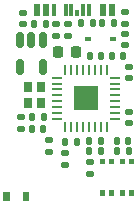
<source format=gbr>
%TF.GenerationSoftware,KiCad,Pcbnew,8.0.4-8.0.4-0~ubuntu24.04.1*%
%TF.CreationDate,2024-08-16T16:11:10+02:00*%
%TF.ProjectId,epi_ESP32 (2023_01_16 13_30_41 UTC),6570695f-4553-4503-9332-202832303233,1_1*%
%TF.SameCoordinates,Original*%
%TF.FileFunction,Paste,Top*%
%TF.FilePolarity,Positive*%
%FSLAX46Y46*%
G04 Gerber Fmt 4.6, Leading zero omitted, Abs format (unit mm)*
G04 Created by KiCad (PCBNEW 8.0.4-8.0.4-0~ubuntu24.04.1) date 2024-08-16 16:11:10*
%MOMM*%
%LPD*%
G01*
G04 APERTURE LIST*
G04 Aperture macros list*
%AMRoundRect*
0 Rectangle with rounded corners*
0 $1 Rounding radius*
0 $2 $3 $4 $5 $6 $7 $8 $9 X,Y pos of 4 corners*
0 Add a 4 corners polygon primitive as box body*
4,1,4,$2,$3,$4,$5,$6,$7,$8,$9,$2,$3,0*
0 Add four circle primitives for the rounded corners*
1,1,$1+$1,$2,$3*
1,1,$1+$1,$4,$5*
1,1,$1+$1,$6,$7*
1,1,$1+$1,$8,$9*
0 Add four rect primitives between the rounded corners*
20,1,$1+$1,$2,$3,$4,$5,0*
20,1,$1+$1,$4,$5,$6,$7,0*
20,1,$1+$1,$6,$7,$8,$9,0*
20,1,$1+$1,$8,$9,$2,$3,0*%
G04 Aperture macros list end*
%ADD10RoundRect,0.062500X0.062500X-0.375000X0.062500X0.375000X-0.062500X0.375000X-0.062500X-0.375000X0*%
%ADD11RoundRect,0.062500X0.375000X-0.062500X0.375000X0.062500X-0.375000X0.062500X-0.375000X-0.062500X0*%
%ADD12R,2.000000X2.000000*%
%ADD13RoundRect,0.140000X-0.170000X0.140000X-0.170000X-0.140000X0.170000X-0.140000X0.170000X0.140000X0*%
%ADD14RoundRect,0.135000X0.185000X-0.135000X0.185000X0.135000X-0.185000X0.135000X-0.185000X-0.135000X0*%
%ADD15RoundRect,0.135000X0.135000X0.185000X-0.135000X0.185000X-0.135000X-0.185000X0.135000X-0.185000X0*%
%ADD16R,0.800000X0.900000*%
%ADD17RoundRect,0.140000X0.140000X0.170000X-0.140000X0.170000X-0.140000X-0.170000X0.140000X-0.170000X0*%
%ADD18RoundRect,0.140000X0.170000X-0.140000X0.170000X0.140000X-0.170000X0.140000X-0.170000X-0.140000X0*%
%ADD19RoundRect,0.135000X-0.135000X-0.185000X0.135000X-0.185000X0.135000X0.185000X-0.135000X0.185000X0*%
%ADD20RoundRect,0.135000X-0.185000X0.135000X-0.185000X-0.135000X0.185000X-0.135000X0.185000X0.135000X0*%
%ADD21RoundRect,0.225000X0.225000X0.250000X-0.225000X0.250000X-0.225000X-0.250000X0.225000X-0.250000X0*%
%ADD22R,0.615500X1.000000*%
%ADD23R,0.307750X1.000000*%
%ADD24R,0.307750X0.500000*%
%ADD25R,0.307750X1.000860*%
%ADD26RoundRect,0.147500X0.147500X0.172500X-0.147500X0.172500X-0.147500X-0.172500X0.147500X-0.172500X0*%
%ADD27RoundRect,0.147500X-0.172500X0.147500X-0.172500X-0.147500X0.172500X-0.147500X0.172500X0.147500X0*%
%ADD28RoundRect,0.150000X-0.150000X0.512500X-0.150000X-0.512500X0.150000X-0.512500X0.150000X0.512500X0*%
%ADD29R,0.600000X0.450000*%
G04 APERTURE END LIST*
%TO.C,SW2*%
G36*
X106850000Y-68450000D02*
G01*
X106400000Y-68450000D01*
X106400000Y-68900000D01*
X106850000Y-68900000D01*
X106850000Y-68450000D01*
G37*
G36*
X106850000Y-71100000D02*
G01*
X106400000Y-71100000D01*
X106400000Y-71550000D01*
X106850000Y-71550000D01*
X106850000Y-71100000D01*
G37*
G36*
X107600000Y-68450000D02*
G01*
X107150000Y-68450000D01*
X107150000Y-68900000D01*
X107600000Y-68900000D01*
X107600000Y-68450000D01*
G37*
G36*
X107600000Y-71100000D02*
G01*
X107150000Y-71100000D01*
X107150000Y-71550000D01*
X107600000Y-71550000D01*
X107600000Y-71100000D01*
G37*
%TO.C,SW1*%
G36*
X108550000Y-68450000D02*
G01*
X108100000Y-68450000D01*
X108100000Y-68900000D01*
X108550000Y-68900000D01*
X108550000Y-68450000D01*
G37*
G36*
X108550000Y-71100000D02*
G01*
X108100000Y-71100000D01*
X108100000Y-71550000D01*
X108550000Y-71550000D01*
X108550000Y-71100000D01*
G37*
G36*
X109300000Y-68450000D02*
G01*
X108850000Y-68450000D01*
X108850000Y-68900000D01*
X109300000Y-68900000D01*
X109300000Y-68450000D01*
G37*
G36*
X109300000Y-71100000D02*
G01*
X108850000Y-71100000D01*
X108850000Y-71550000D01*
X109300000Y-71550000D01*
X109300000Y-71100000D01*
G37*
%TO.C,AE1*%
G36*
X98770036Y-72000000D02*
G01*
X98220036Y-72000000D01*
X98220036Y-71200000D01*
X98770036Y-71200000D01*
X98770036Y-72000000D01*
G37*
G36*
X100420036Y-72000000D02*
G01*
X99870036Y-72000000D01*
X99870036Y-71200000D01*
X100420036Y-71200000D01*
X100420036Y-72000000D01*
G37*
%TD*%
D10*
%TO.C,U1*%
X103470036Y-65737500D03*
X103970036Y-65737500D03*
X104470036Y-65737500D03*
X104970036Y-65737500D03*
X105470036Y-65737500D03*
X105970036Y-65737500D03*
X106470036Y-65737500D03*
X106970036Y-65737500D03*
D11*
X107657536Y-65050000D03*
X107657536Y-64550000D03*
X107657536Y-64050000D03*
X107657536Y-63550000D03*
X107657536Y-63050000D03*
X107657536Y-62550000D03*
X107657536Y-62050000D03*
X107657536Y-61550000D03*
D10*
X106970036Y-60862500D03*
X106470036Y-60862500D03*
X105970036Y-60862500D03*
X105470036Y-60862500D03*
X104970036Y-60862500D03*
X104470036Y-60862500D03*
X103970036Y-60862500D03*
X103470036Y-60862500D03*
D11*
X102782536Y-61550000D03*
X102782536Y-62050000D03*
X102782536Y-62550000D03*
X102782536Y-63050000D03*
X102782536Y-63550000D03*
X102782536Y-64050000D03*
X102782536Y-64550000D03*
X102782536Y-65050000D03*
D12*
X105220036Y-63300000D03*
%TD*%
D13*
%TO.C,C13*%
X108850000Y-60620000D03*
X108850000Y-61580000D03*
%TD*%
D14*
%TO.C,RV2*%
X102700000Y-58010000D03*
X102700000Y-56990000D03*
%TD*%
D15*
%TO.C,R5*%
X105780036Y-56900000D03*
X104760036Y-56900000D03*
%TD*%
D16*
%TO.C,Y1*%
X101400000Y-63700000D03*
X101400000Y-62300000D03*
X100300000Y-62300000D03*
X100300000Y-63700000D03*
%TD*%
D17*
%TO.C,C2*%
X108380000Y-59700000D03*
X107420000Y-59700000D03*
%TD*%
D18*
%TO.C,C7*%
X108850000Y-65380000D03*
X108850000Y-64420000D03*
%TD*%
D19*
%TO.C,R2*%
X100640000Y-64900000D03*
X101660000Y-64900000D03*
%TD*%
%TO.C,RV1*%
X106610036Y-56900000D03*
X107630036Y-56900000D03*
%TD*%
D17*
%TO.C,C4*%
X101605000Y-65900000D03*
X100645000Y-65900000D03*
%TD*%
D20*
%TO.C,L1*%
X103470036Y-67890000D03*
X103470036Y-68910000D03*
%TD*%
D18*
%TO.C,C1*%
X102100000Y-67830000D03*
X102100000Y-66870000D03*
%TD*%
D17*
%TO.C,C11*%
X108800036Y-66875000D03*
X107840036Y-66875000D03*
%TD*%
D21*
%TO.C,C10*%
X104375000Y-59400000D03*
X102825000Y-59400000D03*
%TD*%
D22*
%TO.C,J3*%
X107440000Y-55855000D03*
X101040000Y-55855000D03*
X106640000Y-55855000D03*
D23*
X105490923Y-55855000D03*
D24*
X104489970Y-56105000D03*
D25*
X103991169Y-55855430D03*
D22*
X101840000Y-55860000D03*
D23*
X102487811Y-55860000D03*
X103490692Y-55855860D03*
X104990447Y-55855000D03*
%TD*%
D15*
%TO.C,R4*%
X101830036Y-57000000D03*
X100810036Y-57000000D03*
%TD*%
D18*
%TO.C,C3*%
X99750000Y-65880000D03*
X99750000Y-64920000D03*
%TD*%
%TO.C,C8*%
X105600000Y-69680000D03*
X105600000Y-68720000D03*
%TD*%
D26*
%TO.C,FB2*%
X106485000Y-67800000D03*
X105515000Y-67800000D03*
%TD*%
D15*
%TO.C,R6*%
X108830036Y-67800000D03*
X107810036Y-67800000D03*
%TD*%
D17*
%TO.C,C6*%
X104430036Y-67000000D03*
X103470036Y-67000000D03*
%TD*%
D27*
%TO.C,F1*%
X108520036Y-57815000D03*
X108520036Y-58785000D03*
%TD*%
D28*
%TO.C,U2*%
X101550000Y-58362500D03*
X100600000Y-58362500D03*
X99650000Y-58362500D03*
X99650000Y-60637500D03*
X101550000Y-60637500D03*
%TD*%
D27*
%TO.C,FB1*%
X108520036Y-56003500D03*
X108520036Y-56973500D03*
%TD*%
D29*
%TO.C,D1*%
X105370036Y-58297500D03*
X107470036Y-58297500D03*
%TD*%
D14*
%TO.C,RV3*%
X103700000Y-58010000D03*
X103700000Y-56990000D03*
%TD*%
D17*
%TO.C,C5*%
X106480000Y-66875000D03*
X105520000Y-66875000D03*
%TD*%
D13*
%TO.C,C9*%
X99900000Y-56040000D03*
X99900000Y-57000000D03*
%TD*%
D17*
%TO.C,C12*%
X106500000Y-59700000D03*
X105540000Y-59700000D03*
%TD*%
M02*

</source>
